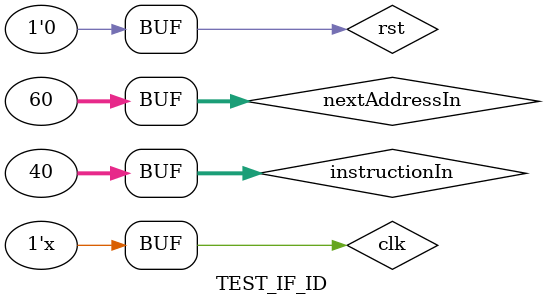
<source format=v>
`timescale 1ns / 1ps


module TEST_IF_ID;

	// Inputs
	reg clk;
	reg rst;
	reg [31:0] nextAddressIn;
	reg [31:0] instructionIn;

	// Outputs
	wire [31:0] nextAddressOut;
	wire [31:0] instructionOut;

	// Instantiate the Unit Under Test (UUT)
	IF_ID uut (
		.clk(clk), 
		.rst(rst), 
		.nextAddressIn(nextAddressIn), 
		.nextAddressOut(nextAddressOut), 
		.instructionIn(instructionIn), 
		.instructionOut(instructionOut)
	);

	initial begin
		// Initialize Inputs
		clk = 0;
		rst = 0;
		nextAddressIn = 0;
		instructionIn = 0;

		// Wait 100 ns for global reset to finish
		#30;
      nextAddressIn = 60;
		instructionIn = 40; 
		#70;
		#10;
		rst = 1;
		#10;
		rst = 0;
		// Add stimulus here

	end
   always begin
			clk = ~clk;
			#50;
	end     
endmodule


</source>
